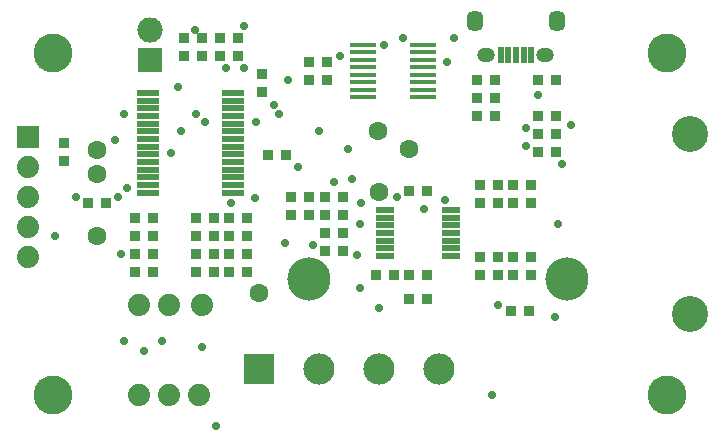
<source format=gbr>
G04 #@! TF.FileFunction,Soldermask,Top*
%FSLAX46Y46*%
G04 Gerber Fmt 4.6, Leading zero omitted, Abs format (unit mm)*
G04 Created by KiCad (PCBNEW 4.0.1-stable) date 6/20/2016 7:59:47 AM*
%MOMM*%
G01*
G04 APERTURE LIST*
%ADD10C,0.100000*%
%ADD11C,3.048000*%
%ADD12C,3.301600*%
%ADD13R,0.889000X0.965200*%
%ADD14R,0.965200X0.889000*%
%ADD15R,1.879600X1.879600*%
%ADD16C,1.879600*%
%ADD17R,1.851600X0.501600*%
%ADD18R,2.301600X0.355600*%
%ADD19O,1.501600X1.251600*%
%ADD20O,1.426600X1.801600*%
%ADD21R,0.501600X1.451600*%
%ADD22C,1.601600*%
%ADD23R,1.498600X0.533400*%
%ADD24R,2.133600X2.133600*%
%ADD25O,2.133600X2.133600*%
%ADD26R,2.641600X2.641600*%
%ADD27C,2.641600*%
%ADD28C,3.657600*%
%ADD29C,0.701600*%
G04 APERTURE END LIST*
D10*
D11*
X27940000Y7620000D03*
D12*
X-26000000Y14500000D03*
X26000000Y14500000D03*
X26000000Y-14500000D03*
X-26000000Y-14500000D03*
D13*
X15113000Y12192000D03*
X16637000Y12192000D03*
X-7747000Y5842000D03*
X-6223000Y5842000D03*
X15113000Y9144000D03*
X16637000Y9144000D03*
X-1397000Y2286000D03*
X-2921000Y2286000D03*
X11430000Y12192000D03*
X9906000Y12192000D03*
X-17526000Y-1016000D03*
X-19050000Y-1016000D03*
D14*
X-4318000Y13716000D03*
X-4318000Y12192000D03*
D15*
X-28067000Y7366000D03*
D16*
X-28067000Y4826000D03*
X-28067000Y2286000D03*
X-28067000Y-254000D03*
X-28067000Y-2794000D03*
X-18669000Y-14478000D03*
X-16129000Y-14478000D03*
X-13589000Y-14478000D03*
X-13335000Y-6858000D03*
X-16129000Y-6858000D03*
X-18669000Y-6858000D03*
D14*
X-25019000Y6858000D03*
X-25019000Y5334000D03*
D13*
X-1397000Y-2286000D03*
X-2921000Y-2286000D03*
X-2921000Y-762000D03*
X-1397000Y-762000D03*
X5715000Y-4318000D03*
X4191000Y-4318000D03*
X1397000Y-4318000D03*
X2921000Y-4318000D03*
X-19050000Y508000D03*
X-17526000Y508000D03*
X-1397000Y762000D03*
X-2921000Y762000D03*
X12954000Y-2794000D03*
X14478000Y-2794000D03*
X9906000Y9144000D03*
X11430000Y9144000D03*
X9906000Y10668000D03*
X11430000Y10668000D03*
X10160000Y3302000D03*
X11684000Y3302000D03*
X4191000Y-6350000D03*
X5715000Y-6350000D03*
D17*
X-17951000Y11083000D03*
X-17951000Y10433000D03*
X-17951000Y9783000D03*
X-17951000Y9133000D03*
X-17951000Y8483000D03*
X-17951000Y7833000D03*
X-17951000Y7183000D03*
X-17951000Y6533000D03*
X-17951000Y5883000D03*
X-17951000Y5233000D03*
X-17951000Y4583000D03*
X-17951000Y3933000D03*
X-17951000Y3283000D03*
X-17951000Y2633000D03*
X-10751000Y2633000D03*
X-10751000Y3283000D03*
X-10751000Y3933000D03*
X-10751000Y4583000D03*
X-10751000Y5233000D03*
X-10751000Y5883000D03*
X-10751000Y6533000D03*
X-10751000Y7183000D03*
X-10751000Y7833000D03*
X-10751000Y8483000D03*
X-10751000Y9133000D03*
X-10751000Y9783000D03*
X-10751000Y10433000D03*
X-10751000Y11083000D03*
D18*
X254000Y10731500D03*
X5334000Y10731500D03*
X254000Y11366500D03*
X5334000Y11366500D03*
X254000Y12001500D03*
X5334000Y12001500D03*
X254000Y12636500D03*
X5334000Y12636500D03*
X254000Y13271500D03*
X5334000Y13271500D03*
X254000Y13906500D03*
X5334000Y13906500D03*
X254000Y14541500D03*
X5334000Y14541500D03*
X254000Y15176500D03*
X5334000Y15176500D03*
D19*
X15708000Y14265000D03*
X10708000Y14265000D03*
D20*
X16708000Y17165000D03*
X9708000Y17165000D03*
D21*
X14508000Y14265000D03*
X13858000Y14265000D03*
X13208000Y14265000D03*
X12558000Y14265000D03*
X11908000Y14265000D03*
D13*
X4191000Y2794000D03*
X5715000Y2794000D03*
D14*
X-8255000Y12700000D03*
X-8255000Y11176000D03*
X-2794000Y13716000D03*
X-2794000Y12192000D03*
D13*
X12954000Y-4318000D03*
X14478000Y-4318000D03*
X10160000Y1778000D03*
X11684000Y1778000D03*
X10160000Y-4318000D03*
X11684000Y-4318000D03*
X12954000Y1778000D03*
X14478000Y1778000D03*
X10160000Y-2794000D03*
X11684000Y-2794000D03*
X12954000Y3302000D03*
X14478000Y3302000D03*
D22*
X-22225000Y-1016000D03*
X-22225000Y6223000D03*
X-22225000Y4191000D03*
X1524000Y7874000D03*
X4191000Y6350000D03*
X-8509000Y-5842000D03*
X1651000Y2667000D03*
D23*
X2159000Y1168400D03*
X2159000Y533400D03*
X2159000Y-127000D03*
X2159000Y-762000D03*
X2159000Y-1422400D03*
X2159000Y-2070100D03*
X2159000Y-2717800D03*
X7747000Y-2717800D03*
X7747000Y-2070100D03*
X7747000Y-1422400D03*
X7747000Y-762000D03*
X7747000Y-114300D03*
X7747000Y533400D03*
X7747000Y1181100D03*
D13*
X-19050000Y-4064000D03*
X-17526000Y-4064000D03*
X-19050000Y-2540000D03*
X-17526000Y-2540000D03*
X15113000Y7620000D03*
X16637000Y7620000D03*
X15113000Y6096000D03*
X16637000Y6096000D03*
X12827000Y-7366000D03*
X14351000Y-7366000D03*
D14*
X-13335000Y14224000D03*
X-13335000Y15748000D03*
X-11811000Y14224000D03*
X-11811000Y15748000D03*
X-10287000Y14224000D03*
X-10287000Y15748000D03*
D13*
X-21463000Y1778000D03*
X-22987000Y1778000D03*
X-4318000Y2286000D03*
X-5842000Y2286000D03*
X-4318000Y762000D03*
X-5842000Y762000D03*
X-12319000Y-1016000D03*
X-13843000Y-1016000D03*
X-11049000Y-1016000D03*
X-9525000Y-1016000D03*
X-12319000Y-4064000D03*
X-13843000Y-4064000D03*
X-11049000Y-4064000D03*
X-9525000Y-4064000D03*
X-12319000Y508000D03*
X-13843000Y508000D03*
X-9525000Y508000D03*
X-11049000Y508000D03*
X-12319000Y-2540000D03*
X-13843000Y-2540000D03*
X-11049000Y-2540000D03*
X-9525000Y-2540000D03*
D24*
X-17780000Y13843000D03*
D25*
X-17780000Y16383000D03*
D14*
X-14859000Y15748000D03*
X-14859000Y14224000D03*
D11*
X27940000Y-7620000D03*
D26*
X-8509000Y-12319000D03*
D27*
X-3429000Y-12319000D03*
X1651000Y-12319000D03*
X6731000Y-12319000D03*
D28*
X17526000Y-4699000D03*
X-4318000Y-4699000D03*
D29*
X11684000Y-6858000D03*
X15113000Y10922000D03*
X-11303000Y13208000D03*
X-9779000Y13208000D03*
X-20447000Y2286000D03*
X14097000Y6604000D03*
X14097000Y8128000D03*
X-19685000Y3048000D03*
X-1651000Y14224000D03*
X3175000Y2286000D03*
X16510000Y-7874000D03*
X16764000Y0D03*
X-6350000Y-1651000D03*
X-13335000Y-10414000D03*
X-9779000Y16764000D03*
X-13970000Y16383000D03*
X17907000Y8382000D03*
X8001000Y15748000D03*
X-5207000Y4826000D03*
X-24003000Y2286000D03*
X17145000Y5080000D03*
X-20701000Y7112000D03*
X-25781000Y-1016000D03*
X-635000Y3810000D03*
X3683000Y15748000D03*
X-2159000Y3556000D03*
X-6096000Y12192000D03*
X-10922000Y1778000D03*
X-20193000Y-2540000D03*
X-254000Y-2667000D03*
X-3937000Y-1778000D03*
X2032000Y15113000D03*
X7366000Y13716000D03*
X-6858000Y9271000D03*
X-13843000Y9271000D03*
X-15113000Y7874000D03*
X-3429000Y7874000D03*
X-16002000Y5969000D03*
X-7239000Y10033000D03*
X-8890000Y2159000D03*
X-1016000Y6350000D03*
X-12192000Y-17145000D03*
X11176000Y-14478000D03*
X-16764000Y-9906000D03*
X-19939000Y9271000D03*
X-18288000Y-10795000D03*
X-19939000Y-9906000D03*
X-15367000Y11557000D03*
X127000Y1778000D03*
X0Y0D03*
X5461000Y1270000D03*
X7239000Y2032000D03*
X0Y-5461000D03*
X1651000Y-7112000D03*
X-8763000Y8636000D03*
X-13081000Y8636000D03*
M02*

</source>
